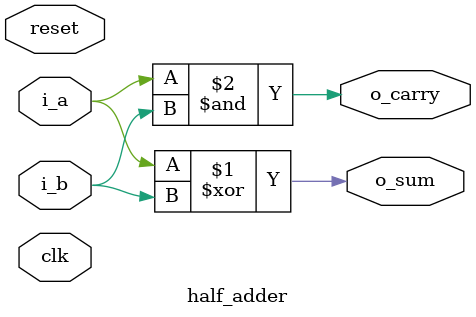
<source format=sv>
   
   module   half_adder
   (
      input    logic clk      ,
      input    logic reset    ,
      input    logic i_a      ,
      input    logic i_b      ,
      output   logic o_sum    ,
      output   logic o_carry    
   );
   
   assign   o_sum    =  i_a ^ i_b;
   assign   o_carry  =  i_a & i_b;
   
   endmodule

</source>
